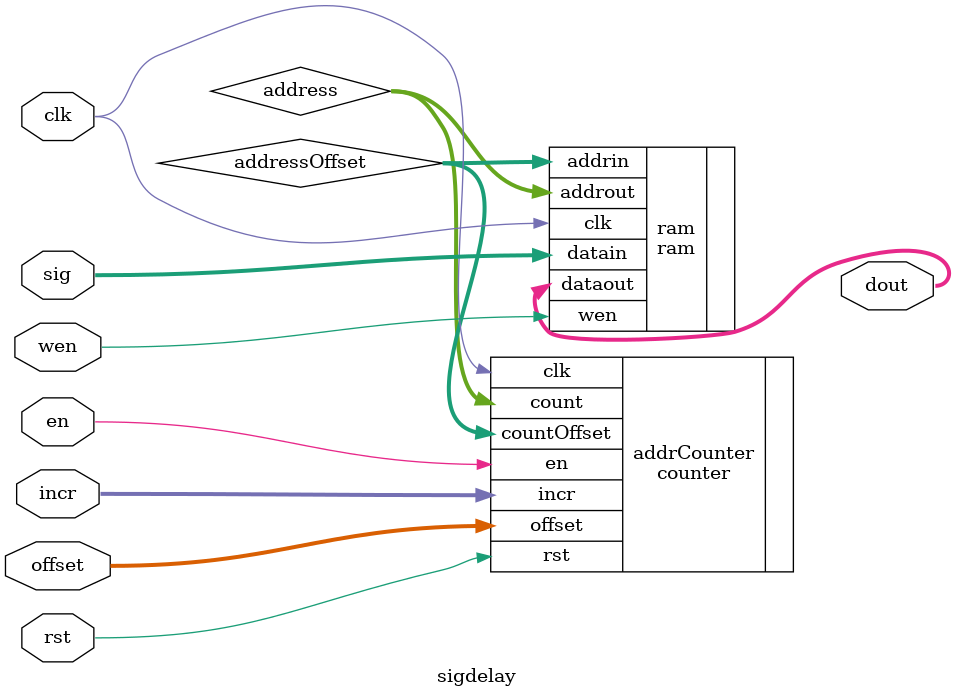
<source format=sv>
module sigdelay #(
    parameter A_WIDTH = 8,
                D_WIDTH = 8
)(
    input   logic   clk,
    input   logic   rst,
    input   logic   en,
    input   logic   wen,
    input   logic   [D_WIDTH-1:0] incr,
    input   logic   [D_WIDTH-1:0] offset,
    input   logic   [D_WIDTH-1:0] sig,
    output logic [D_WIDTH-1:0] dout
);

    logic [A_WIDTH-1:0] address;
    logic [A_WIDTH-1:0] addressOffset;
    

counter addrCounter(
    .clk (clk),
    .rst (rst),
    .en (en),
    .incr (incr),
    .count (address),
    .offset (offset),
    .countOffset (addressOffset)
);


ram ram (
    .clk (clk),
    .addrout (address),
    .dataout (dout),
    .addrin (addressOffset),
    .datain (sig),
    .wen(wen)
);

endmodule

</source>
